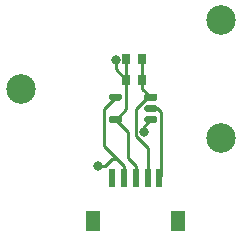
<source format=gbr>
%TF.GenerationSoftware,KiCad,Pcbnew,5.1.10*%
%TF.CreationDate,2021-07-19T16:22:53-07:00*%
%TF.ProjectId,dogbone,646f6762-6f6e-4652-9e6b-696361645f70,rev?*%
%TF.SameCoordinates,Original*%
%TF.FileFunction,Copper,L2,Bot*%
%TF.FilePolarity,Positive*%
%FSLAX46Y46*%
G04 Gerber Fmt 4.6, Leading zero omitted, Abs format (unit mm)*
G04 Created by KiCad (PCBNEW 5.1.10) date 2021-07-19 16:22:53*
%MOMM*%
%LPD*%
G01*
G04 APERTURE LIST*
%TA.AperFunction,SMDPad,CuDef*%
%ADD10R,0.600000X1.550000*%
%TD*%
%TA.AperFunction,SMDPad,CuDef*%
%ADD11R,1.200000X1.800000*%
%TD*%
%TA.AperFunction,SMDPad,CuDef*%
%ADD12R,0.725000X0.900000*%
%TD*%
%TA.AperFunction,ComponentPad*%
%ADD13C,2.500000*%
%TD*%
%TA.AperFunction,ViaPad*%
%ADD14C,0.800000*%
%TD*%
%TA.AperFunction,Conductor*%
%ADD15C,0.250000*%
%TD*%
G04 APERTURE END LIST*
D10*
%TO.P,J1,5*%
%TO.N,Net-(J1-Pad5)*%
X54334400Y-98145600D03*
D11*
%TO.P,J1,6*%
%TO.N,Net-(J1-Pad6)*%
X59934400Y-101745600D03*
X52734400Y-101745600D03*
D10*
%TO.P,J1,4*%
%TO.N,+3V3*%
X55334400Y-98145600D03*
%TO.P,J1,3*%
%TO.N,UNAMP*%
X56334400Y-98145600D03*
%TO.P,J1,2*%
%TO.N,AMP*%
X57334400Y-98145600D03*
%TO.P,J1,1*%
%TO.N,GND*%
X58334400Y-98145600D03*
%TD*%
%TO.P,U1,4*%
%TO.N,UNAMP*%
%TA.AperFunction,SMDPad,CuDef*%
G36*
G01*
X55169900Y-93037600D02*
X55169900Y-93337600D01*
G75*
G02*
X55019900Y-93487600I-150000J0D01*
G01*
X54219900Y-93487600D01*
G75*
G02*
X54069900Y-93337600I0J150000D01*
G01*
X54069900Y-93037600D01*
G75*
G02*
X54219900Y-92887600I150000J0D01*
G01*
X55019900Y-92887600D01*
G75*
G02*
X55169900Y-93037600I0J-150000D01*
G01*
G37*
%TD.AperFunction*%
%TO.P,U1,3*%
%TO.N,VGND*%
%TA.AperFunction,SMDPad,CuDef*%
G36*
G01*
X58169900Y-93037600D02*
X58169900Y-93337600D01*
G75*
G02*
X58019900Y-93487600I-150000J0D01*
G01*
X57219900Y-93487600D01*
G75*
G02*
X57069900Y-93337600I0J150000D01*
G01*
X57069900Y-93037600D01*
G75*
G02*
X57219900Y-92887600I150000J0D01*
G01*
X58019900Y-92887600D01*
G75*
G02*
X58169900Y-93037600I0J-150000D01*
G01*
G37*
%TD.AperFunction*%
%TO.P,U1,2*%
%TO.N,GND*%
%TA.AperFunction,SMDPad,CuDef*%
G36*
G01*
X58169900Y-92087600D02*
X58169900Y-92387600D01*
G75*
G02*
X58019900Y-92537600I-150000J0D01*
G01*
X57219900Y-92537600D01*
G75*
G02*
X57069900Y-92387600I0J150000D01*
G01*
X57069900Y-92087600D01*
G75*
G02*
X57219900Y-91937600I150000J0D01*
G01*
X58019900Y-91937600D01*
G75*
G02*
X58169900Y-92087600I0J-150000D01*
G01*
G37*
%TD.AperFunction*%
%TO.P,U1,5*%
%TO.N,+3V3*%
%TA.AperFunction,SMDPad,CuDef*%
G36*
G01*
X55169900Y-91137600D02*
X55169900Y-91437600D01*
G75*
G02*
X55019900Y-91587600I-150000J0D01*
G01*
X54219900Y-91587600D01*
G75*
G02*
X54069900Y-91437600I0J150000D01*
G01*
X54069900Y-91137600D01*
G75*
G02*
X54219900Y-90987600I150000J0D01*
G01*
X55019900Y-90987600D01*
G75*
G02*
X55169900Y-91137600I0J-150000D01*
G01*
G37*
%TD.AperFunction*%
%TO.P,U1,1*%
%TO.N,AMP*%
%TA.AperFunction,SMDPad,CuDef*%
G36*
G01*
X58169900Y-91137600D02*
X58169900Y-91437600D01*
G75*
G02*
X58019900Y-91587600I-150000J0D01*
G01*
X57219900Y-91587600D01*
G75*
G02*
X57069900Y-91437600I0J150000D01*
G01*
X57069900Y-91137600D01*
G75*
G02*
X57219900Y-90987600I150000J0D01*
G01*
X58019900Y-90987600D01*
G75*
G02*
X58169900Y-91137600I0J-150000D01*
G01*
G37*
%TD.AperFunction*%
%TD*%
D12*
%TO.P,R4,2*%
%TO.N,AMP*%
X56899400Y-89827100D03*
%TO.P,R4,1*%
%TO.N,UNAMP*%
X55524400Y-89827100D03*
%TD*%
%TO.P,C1,2*%
%TO.N,AMP*%
X56857900Y-88049100D03*
%TO.P,C1,1*%
%TO.N,UNAMP*%
X55482900Y-88049100D03*
%TD*%
D13*
%TO.P,H3,1*%
%TO.N,N/C*%
X46577000Y-90623000D03*
%TD*%
%TO.P,H2,1*%
%TO.N,N/C*%
X63520000Y-94760000D03*
%TD*%
%TO.P,H1,1*%
%TO.N,N/C*%
X63520000Y-84740000D03*
%TD*%
D14*
%TO.N,VGND*%
X57048400Y-94208600D03*
%TO.N,UNAMP*%
X54635400Y-88176100D03*
%TO.N,+3V3*%
X53111400Y-97129600D03*
%TD*%
D15*
%TO.N,VGND*%
X57048400Y-93759100D02*
X57619900Y-93187600D01*
X57048400Y-94208600D02*
X57048400Y-93759100D01*
%TO.N,UNAMP*%
X55482900Y-89785600D02*
X55524400Y-89827100D01*
X55482900Y-88049100D02*
X55482900Y-89785600D01*
X55524400Y-92283100D02*
X54619900Y-93187600D01*
X55524400Y-89827100D02*
X55524400Y-92283100D01*
X55635900Y-94203600D02*
X54619900Y-93187600D01*
X54635400Y-88938100D02*
X55524400Y-89827100D01*
X54635400Y-88176100D02*
X54635400Y-88938100D01*
X56334400Y-97120600D02*
X56334400Y-98145600D01*
X55635900Y-96422100D02*
X56334400Y-97120600D01*
X55635900Y-94203600D02*
X55635900Y-96422100D01*
%TO.N,AMP*%
X56857900Y-89785600D02*
X56899400Y-89827100D01*
X56857900Y-88049100D02*
X56857900Y-89785600D01*
X56899400Y-90567100D02*
X57619900Y-91287600D01*
X56899400Y-89827100D02*
X56899400Y-90567100D01*
X56323399Y-94556601D02*
X57334400Y-95567602D01*
X56323399Y-92312333D02*
X56323399Y-94556601D01*
X57348132Y-91287600D02*
X56323399Y-92312333D01*
X57334400Y-95567602D02*
X57334400Y-98145600D01*
X57619900Y-91287600D02*
X57348132Y-91287600D01*
%TO.N,+3V3*%
X53619400Y-92288100D02*
X54619900Y-91287600D01*
X55334400Y-97120600D02*
X55334400Y-98145600D01*
X53619400Y-92288100D02*
X53619400Y-95405600D01*
X54298398Y-96521600D02*
X53690398Y-97129600D01*
X54735400Y-96521600D02*
X54298398Y-96521600D01*
X53619400Y-95405600D02*
X54735400Y-96521600D01*
X54735400Y-96521600D02*
X55334400Y-97120600D01*
X53690398Y-97129600D02*
X53111400Y-97129600D01*
X53111400Y-97129600D02*
X53111400Y-97129600D01*
%TO.N,GND*%
X58169900Y-92237600D02*
X57619900Y-92237600D01*
X58494910Y-92562610D02*
X58169900Y-92237600D01*
X58494910Y-97985090D02*
X58334400Y-98145600D01*
X58494910Y-92562610D02*
X58494910Y-97985090D01*
%TD*%
M02*

</source>
